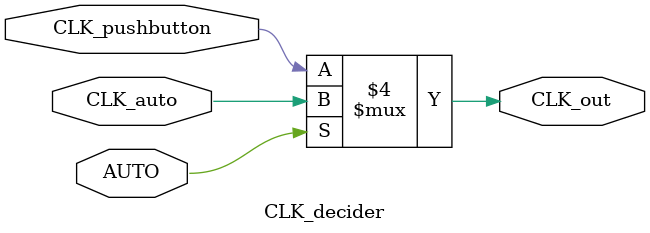
<source format=v>
`timescale 1ns / 1ps

// USed to decide which CLK signal to use based on whether AUTO is 0 or 1

module CLK_decider(CLK_pushbutton,CLK_auto,AUTO,CLK_out);

input CLK_pushbutton,CLK_auto,AUTO;
output reg CLK_out;

always@(AUTO)
begin
    if(AUTO == 0)
        CLK_out = CLK_pushbutton;
    else 
        CLK_out = CLK_auto;
end

endmodule

</source>
